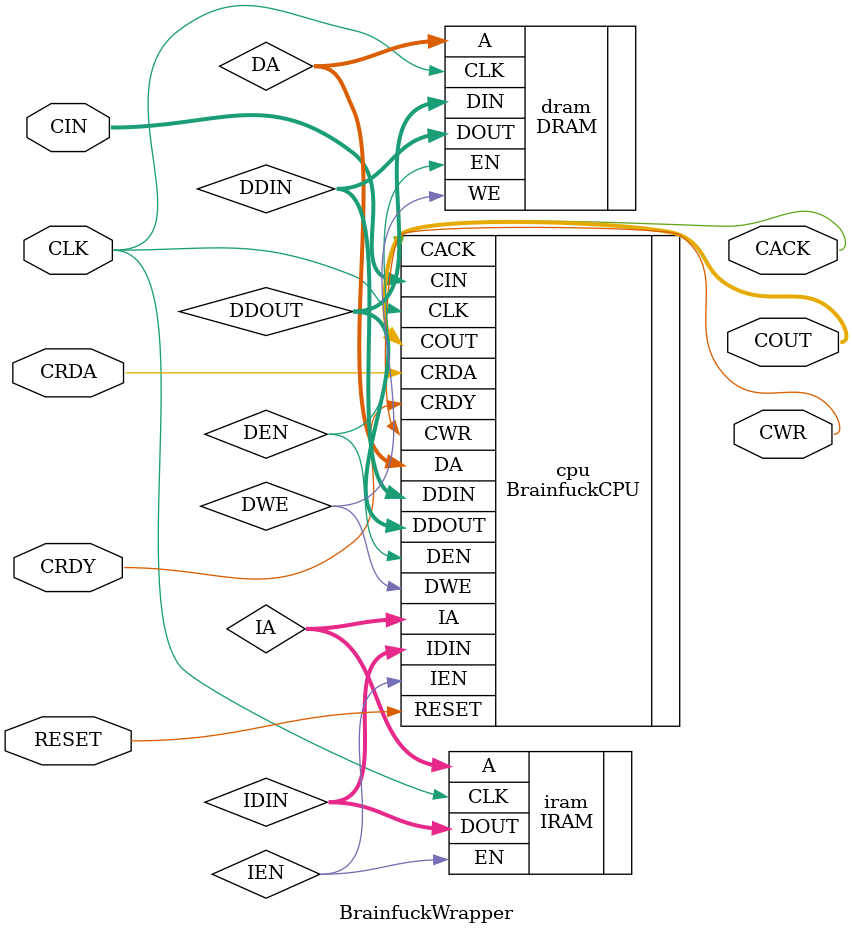
<source format=v>
`timescale 1ns / 1ps
/*
 * Simple Brainfuck CPU in Verilog.
 * Copyright (C) 2011  Sergey Gridasov <grindars@gmail.com>
 *
 * This program is free software: you can redistribute it and/or modify
 * it under the terms of the GNU General Public License as published by
 * the Free Software Foundation, either version 3 of the License, or
 * (at your option) any later version.
 *
 * This program is distributed in the hope that it will be useful,
 * but WITHOUT ANY WARRANTY; without even the implied warranty of
 * MERCHANTABILITY or FITNESS FOR A PARTICULAR PURPOSE.  See the
 * GNU General Public License for more details.
 *
 * You should have received a copy of the GNU General Public License
 * along with this program.  If not, see <http://www.gnu.org/licenses/>.
 */
module BrainfuckWrapper(
	 CLK, RESET,
	 CIN, COUT, CRDA, CACK, CWR, CRDY
    );
	 
	parameter FAST_LOOPEND    = 1;
	parameter IA_WIDTH	     = 11;
	parameter DA_WIDTH        = 11;
	parameter DD_WIDTH        = 8;
	parameter STACK_DEPTH_POW = 7;
	
	input CLK;
	input RESET;	 

	input [7:0] CIN;
	output [7:0] COUT;
	input CRDA;
	output CACK;
	output CWR;
	input CRDY;
	 
	wire [IA_WIDTH - 1:0] IA;
	wire [7:0] IDIN;
	wire IEN;

	// Data bus
	wire [DA_WIDTH - 1:0] DA;
	wire [DD_WIDTH - 1:0] DDIN;
	wire [DD_WIDTH - 1:0] DDOUT;
	wire DEN;
	wire DWE;
	 
	BrainfuckCPU #(
		.FAST_LOOPEND(FAST_LOOPEND),
		.IA_WIDTH(IA_WIDTH),
		.DA_WIDTH(DA_WIDTH),
		.DD_WIDTH(DD_WIDTH),
		.STACK_DEPTH_POW(STACK_DEPTH_POW)
	) cpu (
		.CLK(CLK), 
		.RESET(RESET), 
		.IA(IA), 
		.IDIN(IDIN), 
		.IEN(IEN), 
		.DA(DA), 
		.DDIN(DDIN), 
		.DDOUT(DDOUT), 
		.DEN(DEN), 
		.DWE(DWE), 
		.CIN(CIN), 
		.COUT(COUT), 
		.CRDA(CRDA), 
		.CACK(CACK), 
		.CWR(CWR), 
		.CRDY(CRDY)
	);
	
	IRAM #(
		.IA_WIDTH(IA_WIDTH)
	) iram (
		.CLK(CLK),
		.A(IA),
		.DOUT(IDIN),
		.EN(IEN)
	);
	
	DRAM #(
		.DA_WIDTH(DA_WIDTH),
		.DD_WIDTH(DD_WIDTH)
	) dram (
		.CLK(CLK),
		.A(DA),
		.DIN(DDOUT),
		.DOUT(DDIN),
		.EN(DEN),
		.WE(DWE)
	);


endmodule

</source>
